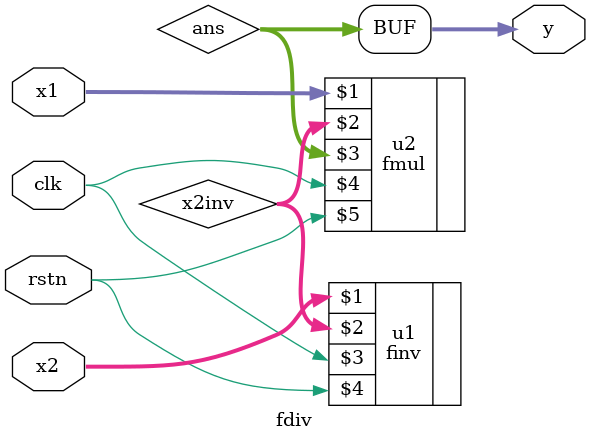
<source format=v>
`default_nettype none
module fdiv (
    input wire [31:0] x1,
    input wire [31:0] x2,
    output wire [31:0] y,
    //output wire ovf,
    input wire clk,
    input wire rstn);

wire [31:0] x2inv;
wire [31:0] ans;

finv u1 (x2, x2inv, clk, rstn);
fmul u2 (x1, x2inv, ans, clk, rstn);

assign y = ans;

endmodule
`default_nettype wire
</source>
